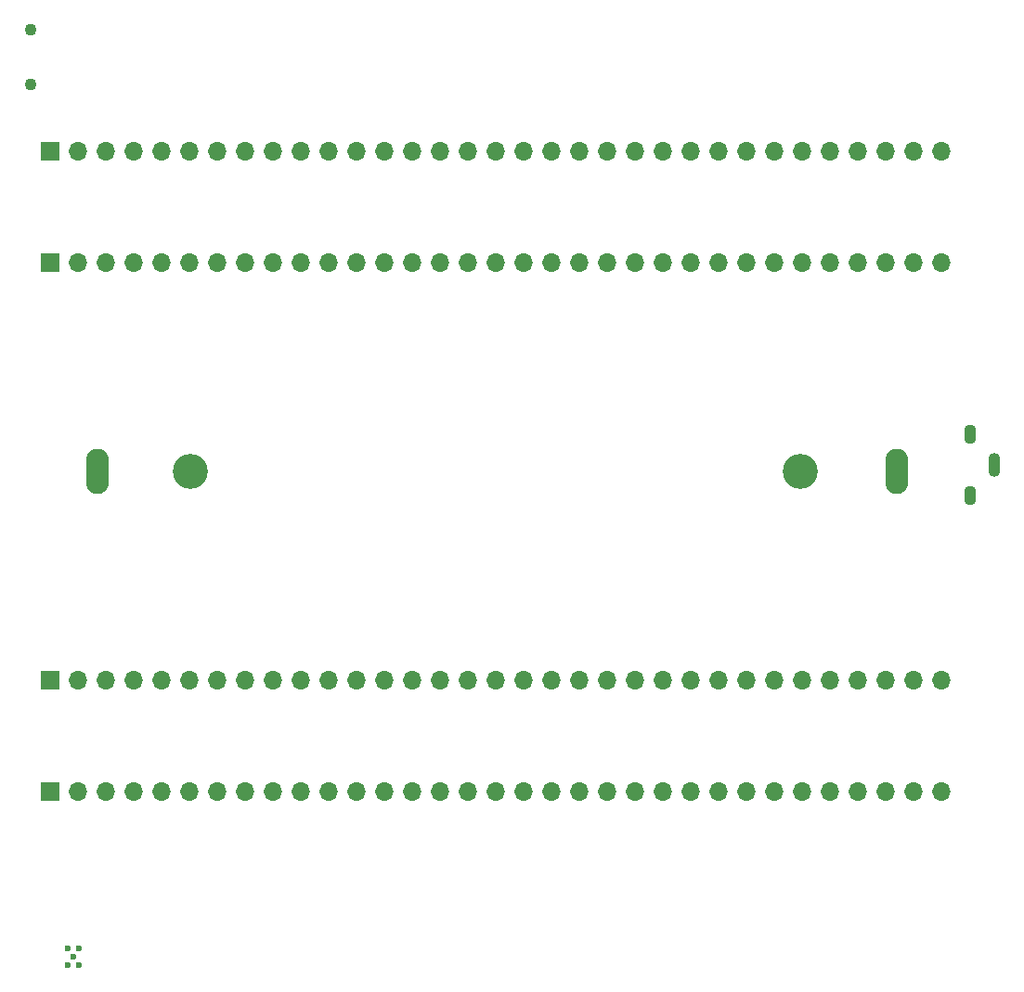
<source format=gbr>
%TF.GenerationSoftware,KiCad,Pcbnew,(6.0.2)*%
%TF.CreationDate,2022-04-08T22:35:16+02:00*%
%TF.ProjectId,main,6d61696e-2e6b-4696-9361-645f70636258,rev?*%
%TF.SameCoordinates,Original*%
%TF.FileFunction,Soldermask,Bot*%
%TF.FilePolarity,Negative*%
%FSLAX46Y46*%
G04 Gerber Fmt 4.6, Leading zero omitted, Abs format (unit mm)*
G04 Created by KiCad (PCBNEW (6.0.2)) date 2022-04-08 22:35:16*
%MOMM*%
%LPD*%
G01*
G04 APERTURE LIST*
%ADD10O,2.070000X4.140000*%
%ADD11C,3.200000*%
%ADD12O,1.700000X1.700000*%
%ADD13R,1.700000X1.700000*%
%ADD14C,1.100000*%
%ADD15O,1.100000X2.200000*%
%ADD16O,1.100000X1.800000*%
%ADD17C,0.600000*%
G04 APERTURE END LIST*
D10*
%TO.C,BT1*%
X98320000Y-96520000D03*
X171220000Y-96520000D03*
D11*
X106815000Y-96520000D03*
X162430000Y-96520000D03*
%TD*%
D12*
%TO.C,J1*%
X175260000Y-67310000D03*
X172720000Y-67310000D03*
X170180000Y-67310000D03*
X167640000Y-67310000D03*
X165100000Y-67310000D03*
X162560000Y-67310000D03*
X160020000Y-67310000D03*
X157480000Y-67310000D03*
X154940000Y-67310000D03*
X152400000Y-67310000D03*
X149860000Y-67310000D03*
X147320000Y-67310000D03*
X144780000Y-67310000D03*
X142240000Y-67310000D03*
X139700000Y-67310000D03*
X137160000Y-67310000D03*
X134620000Y-67310000D03*
X132080000Y-67310000D03*
X129540000Y-67310000D03*
X127000000Y-67310000D03*
X124460000Y-67310000D03*
X121920000Y-67310000D03*
X119380000Y-67310000D03*
X116840000Y-67310000D03*
X114300000Y-67310000D03*
X111760000Y-67310000D03*
X109220000Y-67310000D03*
X106680000Y-67310000D03*
X104140000Y-67310000D03*
X101600000Y-67310000D03*
X99060000Y-67310000D03*
X96520000Y-67310000D03*
D13*
X93980000Y-67310000D03*
%TD*%
%TO.C,J4*%
X93980000Y-125680000D03*
D12*
X96520000Y-125680000D03*
X99060000Y-125680000D03*
X101600000Y-125680000D03*
X104140000Y-125680000D03*
X106680000Y-125680000D03*
X109220000Y-125680000D03*
X111760000Y-125680000D03*
X114300000Y-125680000D03*
X116840000Y-125680000D03*
X119380000Y-125680000D03*
X121920000Y-125680000D03*
X124460000Y-125680000D03*
X127000000Y-125680000D03*
X129540000Y-125680000D03*
X132080000Y-125680000D03*
X134620000Y-125680000D03*
X137160000Y-125680000D03*
X139700000Y-125680000D03*
X142240000Y-125680000D03*
X144780000Y-125680000D03*
X147320000Y-125680000D03*
X149860000Y-125680000D03*
X152400000Y-125680000D03*
X154940000Y-125680000D03*
X157480000Y-125680000D03*
X160020000Y-125680000D03*
X162560000Y-125680000D03*
X165100000Y-125680000D03*
X167640000Y-125680000D03*
X170180000Y-125680000D03*
X172720000Y-125680000D03*
X175260000Y-125680000D03*
%TD*%
D14*
%TO.C,BZ1*%
X92200000Y-56200000D03*
X92200000Y-61200000D03*
%TD*%
D15*
%TO.C,J5*%
X180075000Y-95925000D03*
D16*
X177925000Y-98725000D03*
X177925000Y-93125000D03*
%TD*%
D17*
%TO.C,U3*%
X95600000Y-140050000D03*
X96600000Y-141550000D03*
X95600000Y-141550000D03*
X96600000Y-140050000D03*
X96100000Y-140800000D03*
%TD*%
D13*
%TO.C,J2*%
X93980000Y-77470000D03*
D12*
X96520000Y-77470000D03*
X99060000Y-77470000D03*
X101600000Y-77470000D03*
X104140000Y-77470000D03*
X106680000Y-77470000D03*
X109220000Y-77470000D03*
X111760000Y-77470000D03*
X114300000Y-77470000D03*
X116840000Y-77470000D03*
X119380000Y-77470000D03*
X121920000Y-77470000D03*
X124460000Y-77470000D03*
X127000000Y-77470000D03*
X129540000Y-77470000D03*
X132080000Y-77470000D03*
X134620000Y-77470000D03*
X137160000Y-77470000D03*
X139700000Y-77470000D03*
X142240000Y-77470000D03*
X144780000Y-77470000D03*
X147320000Y-77470000D03*
X149860000Y-77470000D03*
X152400000Y-77470000D03*
X154940000Y-77470000D03*
X157480000Y-77470000D03*
X160020000Y-77470000D03*
X162560000Y-77470000D03*
X165100000Y-77470000D03*
X167640000Y-77470000D03*
X170180000Y-77470000D03*
X172720000Y-77470000D03*
X175260000Y-77470000D03*
%TD*%
D13*
%TO.C,J3*%
X93980000Y-115570000D03*
D12*
X96520000Y-115570000D03*
X99060000Y-115570000D03*
X101600000Y-115570000D03*
X104140000Y-115570000D03*
X106680000Y-115570000D03*
X109220000Y-115570000D03*
X111760000Y-115570000D03*
X114300000Y-115570000D03*
X116840000Y-115570000D03*
X119380000Y-115570000D03*
X121920000Y-115570000D03*
X124460000Y-115570000D03*
X127000000Y-115570000D03*
X129540000Y-115570000D03*
X132080000Y-115570000D03*
X134620000Y-115570000D03*
X137160000Y-115570000D03*
X139700000Y-115570000D03*
X142240000Y-115570000D03*
X144780000Y-115570000D03*
X147320000Y-115570000D03*
X149860000Y-115570000D03*
X152400000Y-115570000D03*
X154940000Y-115570000D03*
X157480000Y-115570000D03*
X160020000Y-115570000D03*
X162560000Y-115570000D03*
X165100000Y-115570000D03*
X167640000Y-115570000D03*
X170180000Y-115570000D03*
X172720000Y-115570000D03*
X175260000Y-115570000D03*
%TD*%
M02*

</source>
